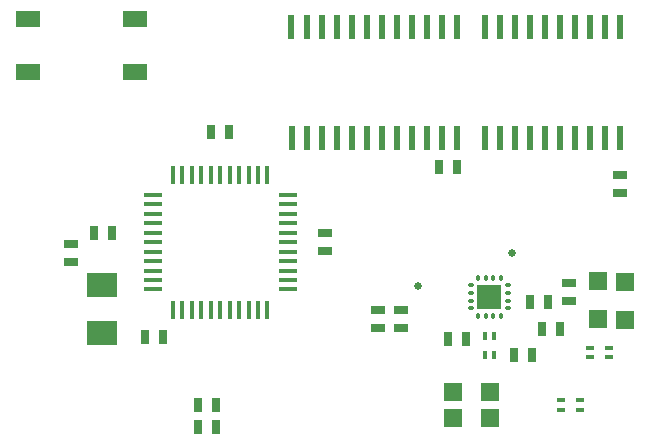
<source format=gtp>
%FSLAX34Y34*%
G04 Gerber Fmt 3.4, Leading zero omitted, Abs format*
G04 (created by PCBNEW (2013-11-28 BZR 4510)-product) date Thu 15 May 2014 01:53:52 PM EDT*
%MOIN*%
G01*
G70*
G90*
G04 APERTURE LIST*
%ADD10C,0.005906*%
%ADD11C,0.025000*%
%ADD12R,0.031496X0.017717*%
%ADD13R,0.059000X0.059000*%
%ADD14R,0.017717X0.031496*%
%ADD15R,0.078740X0.078740*%
%ADD16O,0.011811X0.023622*%
%ADD17O,0.023622X0.011811*%
%ADD18R,0.082677X0.055118*%
%ADD19R,0.023622X0.078740*%
%ADD20R,0.100000X0.080000*%
%ADD21R,0.025000X0.045000*%
%ADD22R,0.045000X0.025000*%
%ADD23R,0.016000X0.060000*%
%ADD24R,0.060000X0.016000*%
G04 APERTURE END LIST*
G54D10*
G54D11*
X65340Y-43816D03*
X62200Y-44920D03*
G54D12*
X67941Y-47291D03*
X68570Y-47291D03*
X68570Y-46976D03*
X67941Y-46976D03*
G54D13*
X69106Y-44776D03*
X69106Y-46036D03*
X68206Y-44758D03*
X68206Y-46018D03*
G54D12*
X67576Y-48726D03*
X66947Y-48726D03*
X66947Y-49041D03*
X67576Y-49041D03*
G54D14*
X64737Y-47204D03*
X64737Y-46575D03*
X64422Y-46575D03*
X64422Y-47204D03*
G54D15*
X64575Y-45275D03*
G54D16*
X64191Y-44645D03*
X64447Y-44645D03*
X64702Y-44645D03*
X64958Y-44645D03*
G54D17*
X65204Y-44891D03*
X65204Y-45147D03*
X65204Y-45402D03*
X65204Y-45658D03*
G54D16*
X64958Y-45904D03*
X64702Y-45904D03*
X64447Y-45904D03*
X64191Y-45904D03*
G54D17*
X63945Y-45658D03*
X63945Y-45402D03*
X63945Y-45147D03*
X63945Y-44891D03*
G54D18*
X52771Y-36014D03*
X52771Y-37785D03*
X49188Y-36014D03*
X49188Y-37785D03*
G54D19*
X63500Y-36274D03*
X63000Y-36274D03*
X62500Y-36274D03*
X62000Y-36274D03*
X61500Y-36274D03*
X61000Y-36274D03*
X60500Y-36274D03*
X60000Y-36274D03*
X59500Y-36274D03*
X59000Y-36274D03*
X58500Y-36274D03*
X57950Y-36274D03*
X63500Y-39975D03*
X63000Y-39975D03*
X62500Y-39975D03*
X62000Y-39975D03*
X61500Y-39975D03*
X61000Y-39975D03*
X60500Y-39975D03*
X60000Y-39975D03*
X59500Y-39975D03*
X59000Y-39975D03*
X58500Y-39975D03*
X58000Y-39975D03*
X68925Y-36274D03*
X68425Y-36274D03*
X67925Y-36274D03*
X67425Y-36274D03*
X66925Y-36274D03*
X66425Y-36274D03*
X65925Y-36274D03*
X65425Y-36274D03*
X64925Y-36274D03*
X64425Y-36274D03*
X64425Y-39975D03*
X64925Y-39975D03*
X65425Y-39975D03*
X65925Y-39975D03*
X66425Y-39975D03*
X66925Y-39975D03*
X67425Y-39975D03*
X67925Y-39975D03*
X68425Y-39975D03*
X68925Y-39975D03*
G54D13*
X63345Y-48450D03*
X64605Y-48450D03*
X63345Y-49300D03*
X64605Y-49300D03*
G54D20*
X51675Y-44875D03*
X51675Y-46475D03*
G54D21*
X55300Y-39775D03*
X55900Y-39775D03*
X65930Y-45430D03*
X66530Y-45430D03*
G54D22*
X61625Y-45700D03*
X61625Y-46300D03*
X60850Y-45700D03*
X60850Y-46300D03*
X68925Y-41200D03*
X68925Y-41800D03*
X59100Y-43750D03*
X59100Y-43150D03*
G54D21*
X53700Y-46625D03*
X53100Y-46625D03*
G54D22*
X50625Y-44125D03*
X50625Y-43525D03*
G54D21*
X52000Y-43140D03*
X51400Y-43140D03*
G54D23*
X55600Y-45700D03*
X55915Y-45700D03*
X56230Y-45700D03*
X56545Y-45700D03*
X56860Y-45700D03*
X57175Y-45700D03*
X55285Y-45700D03*
X54970Y-45700D03*
X54655Y-45700D03*
X54340Y-45700D03*
X54025Y-45700D03*
X55600Y-41200D03*
X55915Y-41200D03*
X56230Y-41200D03*
X56545Y-41200D03*
X56860Y-41200D03*
X57175Y-41200D03*
X55285Y-41200D03*
X54970Y-41200D03*
X54655Y-41200D03*
X54340Y-41200D03*
X54025Y-41200D03*
G54D24*
X57850Y-43450D03*
X53350Y-43450D03*
X57850Y-43135D03*
X53350Y-43135D03*
X53350Y-42820D03*
X57850Y-42820D03*
X57850Y-42505D03*
X53350Y-42505D03*
X53350Y-42190D03*
X57850Y-42190D03*
X57850Y-41875D03*
X53350Y-41875D03*
X53350Y-43765D03*
X57850Y-43765D03*
X57850Y-44080D03*
X53350Y-44080D03*
X53350Y-44395D03*
X57850Y-44395D03*
X57850Y-44710D03*
X53350Y-44710D03*
X53350Y-45025D03*
X57850Y-45025D03*
G54D22*
X67240Y-45410D03*
X67240Y-44810D03*
G54D21*
X63800Y-46670D03*
X63200Y-46670D03*
X65390Y-47210D03*
X65990Y-47210D03*
X66330Y-46330D03*
X66930Y-46330D03*
X63500Y-40950D03*
X62900Y-40950D03*
X55475Y-48875D03*
X54875Y-48875D03*
X55475Y-49600D03*
X54875Y-49600D03*
M02*

</source>
